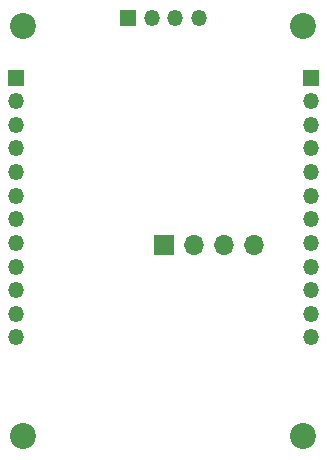
<source format=gbs>
%TF.GenerationSoftware,KiCad,Pcbnew,5.1.7-a382d34a8~88~ubuntu18.04.1*%
%TF.CreationDate,2022-07-15T15:30:23-05:00*%
%TF.ProjectId,Global_Val_Sen,476c6f62-616c-45f5-9661-6c5f53656e2e,rev?*%
%TF.SameCoordinates,Original*%
%TF.FileFunction,Soldermask,Bot*%
%TF.FilePolarity,Negative*%
%FSLAX46Y46*%
G04 Gerber Fmt 4.6, Leading zero omitted, Abs format (unit mm)*
G04 Created by KiCad (PCBNEW 5.1.7-a382d34a8~88~ubuntu18.04.1) date 2022-07-15 15:30:23*
%MOMM*%
%LPD*%
G01*
G04 APERTURE LIST*
%ADD10O,1.700000X1.700000*%
%ADD11R,1.700000X1.700000*%
%ADD12O,1.350000X1.350000*%
%ADD13R,1.350000X1.350000*%
%ADD14C,2.200000*%
G04 APERTURE END LIST*
D10*
X41700000Y-60670000D03*
X39160000Y-60670000D03*
X36620000Y-60670000D03*
D11*
X34080000Y-60670000D03*
D12*
X37020000Y-41490000D03*
X35020000Y-41490000D03*
X33020000Y-41490000D03*
D13*
X31020000Y-41490000D03*
D14*
X45850000Y-42150000D03*
X22150000Y-42175000D03*
X22150000Y-76850000D03*
X45850000Y-76850000D03*
D12*
X21500000Y-68500000D03*
X21500000Y-66500000D03*
X21500000Y-64500000D03*
X21500000Y-62500000D03*
X21500000Y-60500000D03*
X21500000Y-58500000D03*
X21500000Y-56500000D03*
X21500000Y-54500000D03*
X21500000Y-52500000D03*
X21500000Y-50500000D03*
X21500000Y-48500000D03*
D13*
X21500000Y-46500000D03*
D12*
X46500000Y-68500000D03*
X46500000Y-66500000D03*
X46500000Y-64500000D03*
X46500000Y-62500000D03*
X46500000Y-60500000D03*
X46500000Y-58500000D03*
X46500000Y-56500000D03*
X46500000Y-54500000D03*
X46500000Y-52500000D03*
X46500000Y-50500000D03*
X46500000Y-48500000D03*
D13*
X46500000Y-46500000D03*
M02*

</source>
